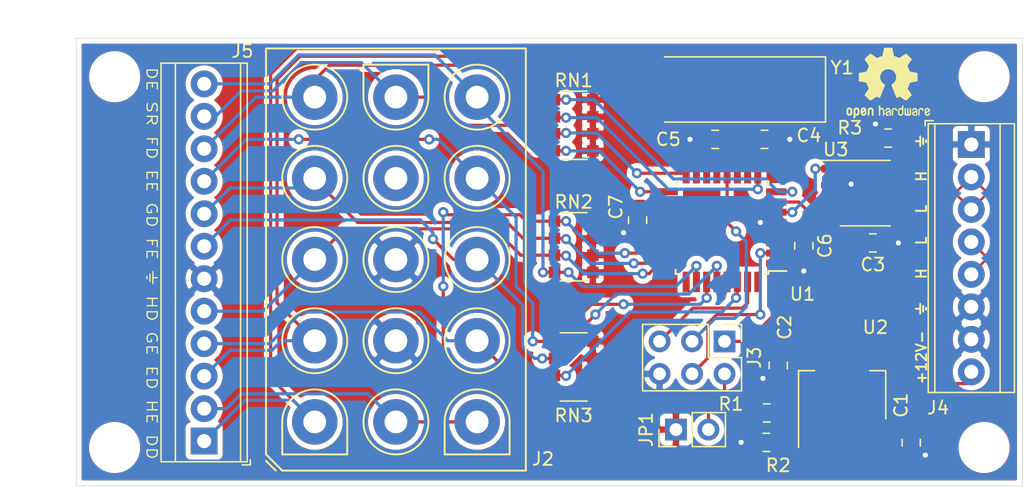
<source format=kicad_pcb>
(kicad_pcb (version 20171130) (host pcbnew 5.1.6+dfsg1-1)
  (title_block (title "Matemat Switch Feedback Interface") (date 2020-09-05) (rev 2) (company "CCC Basel"))
  (layers (0 F.Cu signal) (31 B.Cu signal) (34 B.Paste user) (35 F.Paste user) (36 B.SilkS user) (37 F.SilkS user) (38 B.Mask user) (39 F.Mask user) (44 Edge.Cuts user))
  (net 0 "")
  (net 1 GND)
  (net 2 +12V)
  (net 3 +5V)
  (net 4 "Net-(C4-Pad2)")
  (net 5 "Net-(C5-Pad2)")
  (net 6 /RESET)
  (net 7 "Net-(J3-Pad2)")
  (net 8 /CAN_P)
  (net 9 "Net-(R1-Pad2)")
  (net 10 "Net-(R3-Pad1)")
  (net 11 /D_EMPTY)
  (net 12 /SW_RESET)
  (net 13 /F_END)
  (net 14 /E_EMPTY)
  (net 15 /G_END)
  (net 16 /F_EMPTY)
  (net 17 /H_END)
  (net 18 /G_EMPTY)
  (net 19 /E_END)
  (net 20 /H_EMPTY)
  (net 21 /D_END)
  (net 22 /MOSI)
  (net 23 /SCK)
  (net 24 /MISO)
  (net 25 /RXCAN)
  (net 26 /TXCAN)
  (net 27 /CAN_N)
  (module TerminalBlock_TE-Connectivity:TerminalBlock_TE_282834-8_1x08_P2.54mm_Horizontal (layer F.Cu) (at 171 78.3 270)
    (fp_text reference J4 (at 20.6 2.6 180) (layer F.SilkS))
    (fp_text value Conn_01x08)
    (pad 1 thru_hole rect (at 0 0 270) (size 2.1 2.1) (drill 1.1) (layers *.Cu *.Mask) (net 1 GND))
    (pad 2 thru_hole circle (at 2.54 0 270) (size 2.1 2.1) (drill 1.1) (layers *.Cu *.Mask) (net 8 /CAN_P))
    (pad 3 thru_hole circle (at 5.08 0 270) (size 2.1 2.1) (drill 1.1) (layers *.Cu *.Mask) (net 27 /CAN_N))
    (pad 4 thru_hole circle (at 7.62 0 270) (size 2.1 2.1) (drill 1.1) (layers *.Cu *.Mask) (net 27 /CAN_N))
    (pad 5 thru_hole circle (at 10.16 0 270) (size 2.1 2.1) (drill 1.1) (layers *.Cu *.Mask) (net 8 /CAN_P))
    (pad 6 thru_hole circle (at 12.7 0 270) (size 2.1 2.1) (drill 1.1) (layers *.Cu *.Mask) (net 1 GND))
    (pad 7 thru_hole circle (at 15.24 0 270) (size 2.1 2.1) (drill 1.1) (layers *.Cu *.Mask) (net 1 GND))
    (pad 8 thru_hole circle (at 17.78 0 270) (size 2.1 2.1) (drill 1.1) (layers *.Cu *.Mask) (net 2 +12V))
  )
  (module onitake:Molex_MLX-42002_10-84-4150_3x5-Pin_P6.35mm_Vertical (layer F.Cu) (at 126 100)
    (fp_text reference J2 (at 11.5 2.9) (layer F.SilkS))
    (fp_text value C)
    (pad 15 thru_hole circle (at 6.35 -25.4) (size 3.56 3.56) (drill 1.78) (layers *.Cu *.Mask) (net 11 /D_EMPTY))
    (pad 14 thru_hole circle (at 0 -25.4) (size 3.56 3.56) (drill 1.78) (layers *.Cu *.Mask) (net 12 /SW_RESET))
    (pad 13 thru_hole circle (at -6.35 -25.4) (size 3.56 3.56) (drill 1.78) (layers *.Cu *.Mask) (net 13 /F_END))
    (pad 12 thru_hole circle (at 6.35 -19.05) (size 3.56 3.56) (drill 1.78) (layers *.Cu *.Mask) (net 14 /E_EMPTY))
    (pad 11 thru_hole circle (at 0 -19.05) (size 3.56 3.56) (drill 1.78) (layers *.Cu *.Mask))
    (pad 10 thru_hole circle (at -6.35 -19.05) (size 3.56 3.56) (drill 1.78) (layers *.Cu *.Mask) (net 15 /G_END))
    (pad 9 thru_hole circle (at 6.35 -12.7) (size 3.56 3.56) (drill 1.78) (layers *.Cu *.Mask) (net 16 /F_EMPTY))
    (pad 8 thru_hole circle (at 0 -12.7) (size 3.56 3.56) (drill 1.78) (layers *.Cu *.Mask) (net 1 GND))
    (pad 7 thru_hole circle (at -6.35 -12.7) (size 3.56 3.56) (drill 1.78) (layers *.Cu *.Mask) (net 17 /H_END))
    (pad 6 thru_hole circle (at 6.35 -6.35) (size 3.56 3.56) (drill 1.78) (layers *.Cu *.Mask) (net 18 /G_EMPTY))
    (pad 5 thru_hole circle (at 0 -6.35) (size 3.56 3.56) (drill 1.78) (layers *.Cu *.Mask) (net 1 GND))
    (pad 4 thru_hole circle (at -6.35 -6.35) (size 3.56 3.56) (drill 1.78) (layers *.Cu *.Mask) (net 19 /E_END))
    (pad 3 thru_hole circle (at 6.35 0) (size 3.56 3.56) (drill 1.78) (layers *.Cu *.Mask) (net 20 /H_EMPTY))
    (pad 2 thru_hole circle (at 0 0) (size 3.56 3.56) (drill 1.78) (layers *.Cu *.Mask) (net 20 /H_EMPTY))
    (pad 1 thru_hole circle (at -6.35 0) (size 3.56 3.56) (drill 1.78) (layers *.Cu *.Mask) (net 21 /D_END))
  )
  (module Symbol:OSHW-Logo2_7.3x6mm_SilkScreen (layer F.Cu) (at 164.5 73.5)
    (fp_text reference OHW1 hide)
    (fp_text value Logo_Open_Hardware_Small hide)
  )
  (module TerminalBlock_TE-Connectivity:TerminalBlock_TE_1-282834-2_1x12_P2.54mm_Horizontal (layer F.Cu) (at 111 101.5 90)
    (fp_text reference J5 (at 30.5 3 180) (layer F.SilkS))
    (fp_text value USW)
    (pad 12 thru_hole circle (at 27.94 0 90) (size 2.1 2.1) (drill 1.1) (layers *.Cu *.Mask) (net 11 /D_EMPTY))
    (pad 11 thru_hole circle (at 25.4 0 90) (size 2.1 2.1) (drill 1.1) (layers *.Cu *.Mask) (net 12 /SW_RESET))
    (pad 10 thru_hole circle (at 22.86 0 90) (size 2.1 2.1) (drill 1.1) (layers *.Cu *.Mask) (net 13 /F_END))
    (pad 9 thru_hole circle (at 20.32 0 90) (size 2.1 2.1) (drill 1.1) (layers *.Cu *.Mask) (net 14 /E_EMPTY))
    (pad 8 thru_hole circle (at 17.78 0 90) (size 2.1 2.1) (drill 1.1) (layers *.Cu *.Mask) (net 15 /G_END))
    (pad 7 thru_hole circle (at 15.24 0 90) (size 2.1 2.1) (drill 1.1) (layers *.Cu *.Mask) (net 16 /F_EMPTY))
    (pad 6 thru_hole circle (at 12.7 0 90) (size 2.1 2.1) (drill 1.1) (layers *.Cu *.Mask) (net 1 GND))
    (pad 5 thru_hole circle (at 10.16 0 90) (size 2.1 2.1) (drill 1.1) (layers *.Cu *.Mask) (net 17 /H_END))
    (pad 4 thru_hole circle (at 7.62 0 90) (size 2.1 2.1) (drill 1.1) (layers *.Cu *.Mask) (net 18 /G_EMPTY))
    (pad 3 thru_hole circle (at 5.08 0 90) (size 2.1 2.1) (drill 1.1) (layers *.Cu *.Mask) (net 19 /E_END))
    (pad 2 thru_hole circle (at 2.54 0 90) (size 2.1 2.1) (drill 1.1) (layers *.Cu *.Mask) (net 20 /H_EMPTY))
    (pad 1 thru_hole rect (at 0 0 90) (size 2.1 2.1) (drill 1.1) (layers *.Cu *.Mask) (net 21 /D_END))
  )
  (module Package_SO:SOIC-8_3.9x4.9mm_P1.27mm (layer F.Cu) (at 162.7 82.11)
    (fp_text reference U3 (at -2.3 -3.41) (layer F.SilkS))
    (fp_text value MCP2551-I-SN)
    (pad 8 smd roundrect (at 2.475 -1.905) (size 1.95 0.6) (layers F.Cu F.Paste F.Mask) (net 10 "Net-(R3-Pad1)"))
    (pad 7 smd roundrect (at 2.475 -0.635) (size 1.95 0.6) (layers F.Cu F.Paste F.Mask) (net 8 /CAN_P))
    (pad 6 smd roundrect (at 2.475 0.635) (size 1.95 0.6) (layers F.Cu F.Paste F.Mask) (net 27 /CAN_N))
    (pad 5 smd roundrect (at 2.475 1.905) (size 1.95 0.6) (layers F.Cu F.Paste F.Mask))
    (pad 4 smd roundrect (at -2.475 1.905) (size 1.95 0.6) (layers F.Cu F.Paste F.Mask) (net 25 /RXCAN))
    (pad 3 smd roundrect (at -2.475 0.635) (size 1.95 0.6) (layers F.Cu F.Paste F.Mask) (net 3 +5V))
    (pad 2 smd roundrect (at -2.475 -0.635) (size 1.95 0.6) (layers F.Cu F.Paste F.Mask) (net 1 GND))
    (pad 1 smd roundrect (at -2.475 -1.905) (size 1.95 0.6) (layers F.Cu F.Paste F.Mask) (net 26 /TXCAN))
  )
  (module MountingHole:MountingHole_3.2mm_M3_ISO7380 (layer F.Cu) (at 172 102)
    (fp_text reference H4 hide)
    (fp_text value SE)
    (pad 1 np_thru_hole circle (at 0 0) (size 3.2 3.2) (drill 3.2) (layers *.Cu *.Mask))
  )
  (module MountingHole:MountingHole_3.2mm_M3_ISO7380 (layer F.Cu) (at 172 73)
    (fp_text reference H3 hide)
    (fp_text value NE)
    (pad 1 np_thru_hole circle (at 0 0) (size 3.2 3.2) (drill 3.2) (layers *.Cu *.Mask))
  )
  (module MountingHole:MountingHole_3.2mm_M3_ISO7380 (layer F.Cu) (at 104 102)
    (fp_text reference H2 hide)
    (fp_text value SW)
    (pad 1 np_thru_hole circle (at 0 0) (size 3.2 3.2) (drill 3.2) (layers *.Cu *.Mask))
  )
  (module MountingHole:MountingHole_3.2mm_M3_ISO7380 (layer F.Cu) (at 104 73)
    (fp_text reference H1 hide)
    (fp_text value NW)
    (pad 1 np_thru_hole circle (at 0 0) (size 3.2 3.2) (drill 3.2) (layers *.Cu *.Mask))
  )
  (module Resistor_SMD:R_Array_Convex_4x1206 (layer F.Cu) (at 139.9 95.7)
    (fp_text reference RN3 (at 0 3.8) (layer F.SilkS))
    (fp_text value 1k)
    (pad 6 smd rect (at 1.5 0.66) (size 0.9 0.9) (layers F.Cu F.Paste F.Mask) (net 3 +5V))
    (pad 5 smd rect (at 1.5 2) (size 0.9 0.9) (layers F.Cu F.Paste F.Mask) (net 3 +5V))
    (pad 8 smd rect (at 1.5 -2) (size 0.9 0.9) (layers F.Cu F.Paste F.Mask) (net 3 +5V))
    (pad 7 smd rect (at 1.5 -0.66) (size 0.9 0.9) (layers F.Cu F.Paste F.Mask) (net 3 +5V))
    (pad 3 smd rect (at -1.5 0.66) (size 0.9 0.9) (layers F.Cu F.Paste F.Mask) (net 18 /G_EMPTY))
    (pad 2 smd rect (at -1.5 -0.66) (size 0.9 0.9) (layers F.Cu F.Paste F.Mask) (net 16 /F_EMPTY))
    (pad 4 smd rect (at -1.5 2) (size 0.9 0.9) (layers F.Cu F.Paste F.Mask))
    (pad 1 smd rect (at -1.5 -2) (size 0.9 0.9) (layers F.Cu F.Paste F.Mask) (net 14 /E_EMPTY))
  )
  (module Resistor_SMD:R_Array_Convex_4x1206 (layer F.Cu) (at 139.9 86.3)
    (fp_text reference RN2 (at 0 -3.5) (layer F.SilkS))
    (fp_text value 1k)
    (pad 6 smd rect (at 1.5 0.66) (size 0.9 0.9) (layers F.Cu F.Paste F.Mask) (net 3 +5V))
    (pad 5 smd rect (at 1.5 2) (size 0.9 0.9) (layers F.Cu F.Paste F.Mask) (net 3 +5V))
    (pad 8 smd rect (at 1.5 -2) (size 0.9 0.9) (layers F.Cu F.Paste F.Mask) (net 3 +5V))
    (pad 7 smd rect (at 1.5 -0.66) (size 0.9 0.9) (layers F.Cu F.Paste F.Mask) (net 3 +5V))
    (pad 3 smd rect (at -1.5 0.66) (size 0.9 0.9) (layers F.Cu F.Paste F.Mask) (net 17 /H_END))
    (pad 2 smd rect (at -1.5 -0.66) (size 0.9 0.9) (layers F.Cu F.Paste F.Mask) (net 15 /G_END))
    (pad 4 smd rect (at -1.5 2) (size 0.9 0.9) (layers F.Cu F.Paste F.Mask) (net 11 /D_EMPTY))
    (pad 1 smd rect (at -1.5 -2) (size 0.9 0.9) (layers F.Cu F.Paste F.Mask) (net 20 /H_EMPTY))
  )
  (module Resistor_SMD:R_Array_Convex_4x1206 (layer F.Cu) (at 139.9 76.8)
    (fp_text reference RN1 (at 0 -3.5) (layer F.SilkS))
    (fp_text value 1k)
    (pad 6 smd rect (at 1.5 0.66) (size 0.9 0.9) (layers F.Cu F.Paste F.Mask) (net 3 +5V))
    (pad 5 smd rect (at 1.5 2) (size 0.9 0.9) (layers F.Cu F.Paste F.Mask) (net 3 +5V))
    (pad 8 smd rect (at 1.5 -2) (size 0.9 0.9) (layers F.Cu F.Paste F.Mask) (net 3 +5V))
    (pad 7 smd rect (at 1.5 -0.66) (size 0.9 0.9) (layers F.Cu F.Paste F.Mask) (net 3 +5V))
    (pad 3 smd rect (at -1.5 0.66) (size 0.9 0.9) (layers F.Cu F.Paste F.Mask) (net 13 /F_END))
    (pad 2 smd rect (at -1.5 -0.66) (size 0.9 0.9) (layers F.Cu F.Paste F.Mask) (net 19 /E_END))
    (pad 4 smd rect (at -1.5 2) (size 0.9 0.9) (layers F.Cu F.Paste F.Mask) (net 12 /SW_RESET))
    (pad 1 smd rect (at -1.5 -2) (size 0.9 0.9) (layers F.Cu F.Paste F.Mask) (net 21 /D_END))
  )
  (module Crystal:Crystal_SMD_HC49-SD (layer F.Cu) (at 152.9 74 180)
    (fp_text reference Y1 (at -8 1.7) (layer F.SilkS))
    (fp_text value 16MHz)
    (pad 2 smd rect (at 4.25 0 180) (size 4.5 2) (layers F.Cu F.Paste F.Mask) (net 5 "Net-(C5-Pad2)"))
    (pad 1 smd rect (at -4.25 0 180) (size 4.5 2) (layers F.Cu F.Paste F.Mask) (net 4 "Net-(C4-Pad2)"))
  )
  (module Package_TO_SOT_SMD:SOT-223-3_TabPin2 (layer F.Cu) (at 160.9 97.9 90)
    (fp_text reference U2 (at 5.3 2.6 180) (layer F.SilkS))
    (fp_text value LM317_SOT-223)
    (pad 1 smd rect (at -3.15 -2.3 90) (size 2 1.5) (layers F.Cu F.Paste F.Mask) (net 9 "Net-(R1-Pad2)"))
    (pad 3 smd rect (at -3.15 2.3 90) (size 2 1.5) (layers F.Cu F.Paste F.Mask) (net 2 +12V))
    (pad 2 smd rect (at -3.15 0 90) (size 2 1.5) (layers F.Cu F.Paste F.Mask) (net 3 +5V))
    (pad 2 smd rect (at 3.15 0 90) (size 2 3.8) (layers F.Cu F.Paste F.Mask) (net 3 +5V))
  )
  (module Package_QFP:TQFP-32_7x7mm_P0.8mm (layer F.Cu) (at 151.5 84.8 180)
    (fp_text reference U1 (at -6.3 -5.2) (layer F.SilkS))
    (fp_text value ATmega32M1-AU)
    (pad 32 smd rect (at -2.8 -4.25 270) (size 1.6 0.55) (layers F.Cu F.Paste F.Mask))
    (pad 31 smd rect (at -2 -4.25 270) (size 1.6 0.55) (layers F.Cu F.Paste F.Mask) (net 6 /RESET))
    (pad 30 smd rect (at -1.2 -4.25 270) (size 1.6 0.55) (layers F.Cu F.Paste F.Mask) (net 18 /G_EMPTY))
    (pad 29 smd rect (at -0.4 -4.25 270) (size 1.6 0.55) (layers F.Cu F.Paste F.Mask))
    (pad 28 smd rect (at 0.4 -4.25 270) (size 1.6 0.55) (layers F.Cu F.Paste F.Mask) (net 16 /F_EMPTY))
    (pad 27 smd rect (at 1.2 -4.25 270) (size 1.6 0.55) (layers F.Cu F.Paste F.Mask) (net 14 /E_EMPTY))
    (pad 26 smd rect (at 2 -4.25 270) (size 1.6 0.55) (layers F.Cu F.Paste F.Mask) (net 11 /D_EMPTY))
    (pad 25 smd rect (at 2.8 -4.25 270) (size 1.6 0.55) (layers F.Cu F.Paste F.Mask))
    (pad 24 smd rect (at 4.25 -2.8 180) (size 1.6 0.55) (layers F.Cu F.Paste F.Mask) (net 17 /H_END))
    (pad 23 smd rect (at 4.25 -2 180) (size 1.6 0.55) (layers F.Cu F.Paste F.Mask) (net 15 /G_END))
    (pad 22 smd rect (at 4.25 -1.2 180) (size 1.6 0.55) (layers F.Cu F.Paste F.Mask) (net 20 /H_EMPTY))
    (pad 21 smd rect (at 4.25 -0.4 180) (size 1.6 0.55) (layers F.Cu F.Paste F.Mask))
    (pad 20 smd rect (at 4.25 0.4 180) (size 1.6 0.55) (layers F.Cu F.Paste F.Mask) (net 1 GND))
    (pad 19 smd rect (at 4.25 1.2 180) (size 1.6 0.55) (layers F.Cu F.Paste F.Mask) (net 3 +5V))
    (pad 18 smd rect (at 4.25 2 180) (size 1.6 0.55) (layers F.Cu F.Paste F.Mask))
    (pad 17 smd rect (at 4.25 2.8 180) (size 1.6 0.55) (layers F.Cu F.Paste F.Mask) (net 12 /SW_RESET))
    (pad 16 smd rect (at 2.8 4.25 270) (size 1.6 0.55) (layers F.Cu F.Paste F.Mask) (net 13 /F_END))
    (pad 15 smd rect (at 2 4.25 270) (size 1.6 0.55) (layers F.Cu F.Paste F.Mask))
    (pad 14 smd rect (at 1.2 4.25 270) (size 1.6 0.55) (layers F.Cu F.Paste F.Mask))
    (pad 13 smd rect (at 0.4 4.25 270) (size 1.6 0.55) (layers F.Cu F.Paste F.Mask))
    (pad 12 smd rect (at -0.4 4.25 270) (size 1.6 0.55) (layers F.Cu F.Paste F.Mask) (net 23 /SCK))
    (pad 11 smd rect (at -1.2 4.25 270) (size 1.6 0.55) (layers F.Cu F.Paste F.Mask) (net 5 "Net-(C5-Pad2)"))
    (pad 10 smd rect (at -2 4.25 270) (size 1.6 0.55) (layers F.Cu F.Paste F.Mask) (net 4 "Net-(C4-Pad2)"))
    (pad 9 smd rect (at -2.8 4.25 270) (size 1.6 0.55) (layers F.Cu F.Paste F.Mask) (net 19 /E_END))
    (pad 8 smd rect (at -4.25 2.8 180) (size 1.6 0.55) (layers F.Cu F.Paste F.Mask) (net 21 /D_END))
    (pad 7 smd rect (at -4.25 2 180) (size 1.6 0.55) (layers F.Cu F.Paste F.Mask) (net 25 /RXCAN))
    (pad 6 smd rect (at -4.25 1.2 180) (size 1.6 0.55) (layers F.Cu F.Paste F.Mask) (net 26 /TXCAN))
    (pad 5 smd rect (at -4.25 0.4 180) (size 1.6 0.55) (layers F.Cu F.Paste F.Mask) (net 1 GND))
    (pad 4 smd rect (at -4.25 -0.4 180) (size 1.6 0.55) (layers F.Cu F.Paste F.Mask) (net 3 +5V))
    (pad 3 smd rect (at -4.25 -1.2 180) (size 1.6 0.55) (layers F.Cu F.Paste F.Mask))
    (pad 2 smd rect (at -4.25 -2 180) (size 1.6 0.55) (layers F.Cu F.Paste F.Mask) (net 22 /MOSI))
    (pad 1 smd rect (at -4.25 -2.8 180) (size 1.6 0.55) (layers F.Cu F.Paste F.Mask) (net 24 /MISO))
  )
  (module Resistor_SMD:R_0805_2012Metric_Pad1.15x1.40mm_HandSolder (layer F.Cu) (at 164.5 77.8 180)
    (fp_text reference R3 (at 3 0.8) (layer F.SilkS))
    (fp_text value 0)
    (pad 2 smd roundrect (at 1.025 0 180) (size 1.15 1.4) (layers F.Cu F.Paste F.Mask) (roundrect_rratio 0.217391) (net 1 GND))
    (pad 1 smd roundrect (at -1.025 0 180) (size 1.15 1.4) (layers F.Cu F.Paste F.Mask) (roundrect_rratio 0.217391) (net 10 "Net-(R3-Pad1)"))
  )
  (module Resistor_SMD:R_0805_2012Metric_Pad1.15x1.40mm_HandSolder (layer F.Cu) (at 154.975 101.6 180)
    (fp_text reference R2 (at -0.925 -1.8) (layer F.SilkS))
    (fp_text value 3k3/1%)
    (pad 2 smd roundrect (at 1.025 0 180) (size 1.15 1.4) (layers F.Cu F.Paste F.Mask) (roundrect_rratio 0.217391) (net 1 GND))
    (pad 1 smd roundrect (at -1.025 0 180) (size 1.15 1.4) (layers F.Cu F.Paste F.Mask) (roundrect_rratio 0.217391) (net 9 "Net-(R1-Pad2)"))
  )
  (module Resistor_SMD:R_0805_2012Metric_Pad1.15x1.40mm_HandSolder (layer F.Cu) (at 155 99.3)
    (fp_text reference R1 (at -2.8 -0.7) (layer F.SilkS))
    (fp_text value 1k2/1%)
    (pad 2 smd roundrect (at 1.025 0) (size 1.15 1.4) (layers F.Cu F.Paste F.Mask) (roundrect_rratio 0.217391) (net 9 "Net-(R1-Pad2)"))
    (pad 1 smd roundrect (at -1.025 0) (size 1.15 1.4) (layers F.Cu F.Paste F.Mask) (roundrect_rratio 0.217391) (net 3 +5V))
  )
  (module Connector_PinHeader_2.54mm:PinHeader_1x02_P2.54mm_Vertical (layer F.Cu) (at 147.9 100.6 90)
    (fp_text reference JP1 (at 0 -2.33 90) (layer F.SilkS))
    (fp_text value Jumper)
    (pad 2 thru_hole oval (at 0 2.54 90) (size 1.7 1.7) (drill 1) (layers *.Cu *.Mask) (net 7 "Net-(J3-Pad2)"))
    (pad 1 thru_hole rect (at 0 0 90) (size 1.7 1.7) (drill 1) (layers *.Cu *.Mask) (net 3 +5V))
  )
  (module Connector_PinHeader_2.54mm:PinHeader_2x03_P2.54mm_Vertical (layer F.Cu) (at 151.7 93.7 270)
    (fp_text reference J3 (at 1.27 -2.33 90) (layer F.SilkS))
    (fp_text value AVR-ISP-6)
    (pad 6 thru_hole oval (at 2.54 5.08 270) (size 1.7 1.7) (drill 1) (layers *.Cu *.Mask) (net 1 GND))
    (pad 5 thru_hole oval (at 0 5.08 270) (size 1.7 1.7) (drill 1) (layers *.Cu *.Mask) (net 6 /RESET))
    (pad 4 thru_hole oval (at 2.54 2.54 270) (size 1.7 1.7) (drill 1) (layers *.Cu *.Mask) (net 22 /MOSI))
    (pad 3 thru_hole oval (at 0 2.54 270) (size 1.7 1.7) (drill 1) (layers *.Cu *.Mask) (net 23 /SCK))
    (pad 2 thru_hole oval (at 2.54 0 270) (size 1.7 1.7) (drill 1) (layers *.Cu *.Mask) (net 7 "Net-(J3-Pad2)"))
    (pad 1 thru_hole rect (at 0 0 270) (size 1.7 1.7) (drill 1) (layers *.Cu *.Mask) (net 24 /MISO))
  )
  (module Capacitor_SMD:C_0805_2012Metric_Pad1.15x1.40mm_HandSolder (layer F.Cu) (at 144.9 84.225 270)
    (fp_text reference C7 (at -1.025 1.7 90) (layer F.SilkS))
    (fp_text value 100n)
    (pad 2 smd roundrect (at 1.025 0 270) (size 1.15 1.4) (layers F.Cu F.Paste F.Mask) (roundrect_rratio 0.217391) (net 1 GND))
    (pad 1 smd roundrect (at -1.025 0 270) (size 1.15 1.4) (layers F.Cu F.Paste F.Mask) (roundrect_rratio 0.217391) (net 3 +5V))
  )
  (module Capacitor_SMD:C_0805_2012Metric_Pad1.15x1.40mm_HandSolder (layer F.Cu) (at 157.9 86.225 270)
    (fp_text reference C6 (at 0 -1.65 90) (layer F.SilkS))
    (fp_text value 100n)
    (pad 2 smd roundrect (at 1.025 0 270) (size 1.15 1.4) (layers F.Cu F.Paste F.Mask) (roundrect_rratio 0.217391) (net 1 GND))
    (pad 1 smd roundrect (at -1.025 0 270) (size 1.15 1.4) (layers F.Cu F.Paste F.Mask) (roundrect_rratio 0.217391) (net 3 +5V))
  )
  (module Capacitor_SMD:C_0805_2012Metric_Pad1.15x1.40mm_HandSolder (layer F.Cu) (at 150.975 77.9)
    (fp_text reference C5 (at -3.675 0) (layer F.SilkS))
    (fp_text value 22p)
    (pad 2 smd roundrect (at 1.025 0) (size 1.15 1.4) (layers F.Cu F.Paste F.Mask) (roundrect_rratio 0.217391) (net 5 "Net-(C5-Pad2)"))
    (pad 1 smd roundrect (at -1.025 0) (size 1.15 1.4) (layers F.Cu F.Paste F.Mask) (roundrect_rratio 0.217391) (net 1 GND))
  )
  (module Capacitor_SMD:C_0805_2012Metric_Pad1.15x1.40mm_HandSolder (layer F.Cu) (at 154.825 77.9 180)
    (fp_text reference C4 (at -3.475 0.3) (layer F.SilkS))
    (fp_text value 22p)
    (pad 2 smd roundrect (at 1.025 0 180) (size 1.15 1.4) (layers F.Cu F.Paste F.Mask) (roundrect_rratio 0.217391) (net 4 "Net-(C4-Pad2)"))
    (pad 1 smd roundrect (at -1.025 0 180) (size 1.15 1.4) (layers F.Cu F.Paste F.Mask) (roundrect_rratio 0.217391) (net 1 GND))
  )
  (module Capacitor_SMD:C_0805_2012Metric_Pad1.15x1.40mm_HandSolder (layer F.Cu) (at 163.3 86)
    (fp_text reference C3 (at 0 1.7) (layer F.SilkS))
    (fp_text value 100n)
    (pad 2 smd roundrect (at 1.025 0) (size 1.15 1.4) (layers F.Cu F.Paste F.Mask) (roundrect_rratio 0.217391) (net 1 GND))
    (pad 1 smd roundrect (at -1.025 0) (size 1.15 1.4) (layers F.Cu F.Paste F.Mask) (roundrect_rratio 0.217391) (net 3 +5V))
  )
  (module Capacitor_SMD:C_0805_2012Metric_Pad1.15x1.40mm_HandSolder (layer F.Cu) (at 155.9 95.575 270)
    (fp_text reference C2 (at -2.975 -0.5 90) (layer F.SilkS))
    (fp_text value 1u)
    (pad 2 smd roundrect (at 1.025 0 270) (size 1.15 1.4) (layers F.Cu F.Paste F.Mask) (roundrect_rratio 0.217391) (net 1 GND))
    (pad 1 smd roundrect (at -1.025 0 270) (size 1.15 1.4) (layers F.Cu F.Paste F.Mask) (roundrect_rratio 0.217391) (net 3 +5V))
  )
  (module Capacitor_SMD:C_0805_2012Metric_Pad1.15x1.40mm_HandSolder (layer F.Cu) (at 166.3 101.625 270)
    (fp_text reference C1 (at -2.925 0.8 90) (layer F.SilkS))
    (fp_text value 100n)
    (pad 2 smd roundrect (at 1.025 0 270) (size 1.15 1.4) (layers F.Cu F.Paste F.Mask) (roundrect_rratio 0.217391) (net 1 GND))
    (pad 1 smd roundrect (at -1.025 0 270) (size 1.15 1.4) (layers F.Cu F.Paste F.Mask) (roundrect_rratio 0.217391) (net 2 +12V))
  )
  (gr_text "DE SR FD EE GD FE ⏚ HD GE ED HE DD" (at 106.9 87.6 270) (layer F.SilkS) (effects (font (size 0.8 1) (thickness 0.1))))
  (gr_text "+12V-  ⏚   H   L   L   H   ⏚" (at 167.1 87.3 90) (layer F.SilkS) (effects (font (size 0.8 0.8))))
  (gr_line (start 175 70) (end 101 70) (layer Edge.Cuts) (width 0.05))
  (gr_line (start 175 105) (end 175 70) (layer Edge.Cuts) (width 0.05))
  (gr_line (start 101 105) (end 175 105) (layer Edge.Cuts) (width 0.05))
  (gr_line (start 101 70) (end 101 105) (layer Edge.Cuts) (width 0.05))
  (via (at 161.6 81.4) (size 0.8) (drill 0.4) (layers F.Cu B.Cu) (net 1))
  (segment (start 161.535 81.465) (end 161.6 81.4) (width 0.25) (layer F.Cu) (net 1))
  (segment (start 160.225 81.465) (end 161.535 81.465) (width 0.25) (layer F.Cu) (net 1))
  (via (at 165.3 86) (size 0.8) (drill 0.4) (layers F.Cu B.Cu) (net 1))
  (segment (start 164.325 86) (end 165.3 86) (width 0.25) (layer F.Cu) (net 1))
  (via (at 157.9 88.2) (size 0.8) (drill 0.4) (layers F.Cu B.Cu) (net 1))
  (segment (start 157.9 87.25) (end 157.9 88.2) (width 0.25) (layer F.Cu) (net 1))
  (via (at 154.5 84.4) (size 0.8) (drill 0.4) (layers F.Cu B.Cu) (net 1))
  (segment (start 155.75 84.4) (end 154.5 84.4) (width 0.25) (layer F.Cu) (net 1))
  (via (at 163.5 76.7) (size 0.8) (drill 0.4) (layers F.Cu B.Cu) (net 1))
  (segment (start 163.475 76.725) (end 163.5 76.7) (width 0.25) (layer F.Cu) (net 1))
  (segment (start 163.475 77.8) (end 163.475 76.725) (width 0.25) (layer F.Cu) (net 1))
  (via (at 156.8 77.9) (size 0.8) (drill 0.4) (layers F.Cu B.Cu) (net 1))
  (segment (start 155.85 77.9) (end 156.8 77.9) (width 0.25) (layer F.Cu) (net 1))
  (via (at 149 77.9) (size 0.8) (drill 0.4) (layers F.Cu B.Cu) (net 1))
  (segment (start 149.95 77.9) (end 149 77.9) (width 0.25) (layer F.Cu) (net 1))
  (via (at 153 101.6) (size 0.8) (drill 0.4) (layers F.Cu B.Cu) (net 1))
  (segment (start 153.95 101.6) (end 153 101.6) (width 0.25) (layer F.Cu) (net 1))
  (via (at 154.7 96.6) (size 0.8) (drill 0.4) (layers F.Cu B.Cu) (net 1))
  (segment (start 155.9 96.6) (end 154.7 96.6) (width 0.25) (layer F.Cu) (net 1))
  (via (at 143.8 85.2) (size 0.8) (drill 0.4) (layers F.Cu B.Cu) (net 1))
  (segment (start 143.85 85.25) (end 143.8 85.2) (width 0.25) (layer F.Cu) (net 1))
  (segment (start 144.9 85.25) (end 143.85 85.25) (width 0.25) (layer F.Cu) (net 1))
  (segment (start 145.75 84.4) (end 144.9 85.25) (width 0.25) (layer F.Cu) (net 1))
  (segment (start 147.25 84.4) (end 145.75 84.4) (width 0.25) (layer F.Cu) (net 1))
  (via (at 167.4 102.6) (size 0.8) (drill 0.4) (layers F.Cu B.Cu) (net 1))
  (segment (start 167.35 102.65) (end 167.4 102.6) (width 0.25) (layer F.Cu) (net 1))
  (segment (start 166.3 102.65) (end 167.35 102.65) (width 0.25) (layer F.Cu) (net 1))
  (segment (start 169.9 97) (end 166.3 100.6) (width 0.25) (layer F.Cu) (net 2))
  (segment (start 171 97) (end 169.9 97) (width 0.25) (layer F.Cu) (net 2))
  (segment (start 163.65 100.6) (end 163.2 101.05) (width 0.25) (layer F.Cu) (net 2))
  (segment (start 166.3 100.6) (end 163.65 100.6) (width 0.25) (layer F.Cu) (net 2))
  (segment (start 155.75 85.2) (end 157.9 85.2) (width 0.25) (layer F.Cu) (net 3))
  (segment (start 145.3 83.6) (end 144.9 83.2) (width 0.25) (layer F.Cu) (net 3))
  (segment (start 147.25 83.6) (end 145.3 83.6) (width 0.25) (layer F.Cu) (net 3))
  (segment (start 155.75 85.2) (end 154.3 85.2) (width 0.25) (layer F.Cu) (net 3))
  (segment (start 154.3 85.2) (end 153.1 86.4) (width 0.25) (layer F.Cu) (net 3))
  (segment (start 153.1 86.4) (end 151.5 86.4) (width 0.25) (layer F.Cu) (net 3))
  (segment (start 148.7 83.6) (end 147.25 83.6) (width 0.25) (layer F.Cu) (net 3))
  (segment (start 151.5 86.4) (end 148.7 83.6) (width 0.25) (layer F.Cu) (net 3))
  (segment (start 153.5 78.2) (end 153.8 77.9) (width 0.25) (layer F.Cu) (net 4))
  (segment (start 153.5 80.55) (end 153.5 78.2) (width 0.25) (layer F.Cu) (net 4))
  (segment (start 153.8 77.35) (end 157.15 74) (width 0.25) (layer F.Cu) (net 4))
  (segment (start 153.8 77.9) (end 153.8 77.35) (width 0.25) (layer F.Cu) (net 4))
  (segment (start 152.7 78.6) (end 152 77.9) (width 0.25) (layer F.Cu) (net 5))
  (segment (start 152.7 80.55) (end 152.7 78.6) (width 0.25) (layer F.Cu) (net 5))
  (segment (start 152 77.35) (end 148.65 74) (width 0.25) (layer F.Cu) (net 5))
  (segment (start 152 77.9) (end 152 77.35) (width 0.25) (layer F.Cu) (net 5))
  (segment (start 153.5 89.05) (end 153.5 90.7) (width 0.25) (layer F.Cu) (net 6))
  (segment (start 153.5 90.7) (end 153.1 91.1) (width 0.25) (layer F.Cu) (net 6))
  (segment (start 149.22 91.1) (end 146.62 93.7) (width 0.25) (layer F.Cu) (net 6))
  (segment (start 153.1 91.1) (end 149.22 91.1) (width 0.25) (layer F.Cu) (net 6))
  (segment (start 150.44 100.6) (end 150.44 99.06) (width 0.25) (layer F.Cu) (net 7))
  (segment (start 151.7 97.8) (end 151.7 96.24) (width 0.25) (layer F.Cu) (net 7))
  (segment (start 150.44 99.06) (end 151.7 97.8) (width 0.25) (layer F.Cu) (net 7))
  (segment (start 169.905 81.935) (end 171 80.84) (width 0.2) (layer F.Cu) (net 8))
  (segment (start 165.805 81.475) (end 166.265 81.935) (width 0.2) (layer F.Cu) (net 8))
  (segment (start 165.175 81.475) (end 165.805 81.475) (width 0.2) (layer F.Cu) (net 8))
  (segment (start 166.265 81.935) (end 169.905 81.935) (width 0.2) (layer F.Cu) (net 8))
  (segment (start 172.095 81.935) (end 172.882488 81.935) (width 0.2) (layer F.Cu) (net 8))
  (segment (start 171 80.84) (end 172.095 81.935) (width 0.2) (layer F.Cu) (net 8))
  (segment (start 172.882488 81.935) (end 173.475 82.527512) (width 0.2) (layer F.Cu) (net 8))
  (segment (start 173.475 82.527512) (end 173.475 86.772488) (width 0.2) (layer F.Cu) (net 8))
  (segment (start 172.095 87.365) (end 171 88.46) (width 0.2) (layer F.Cu) (net 8))
  (segment (start 172.882488 87.365) (end 172.095 87.365) (width 0.2) (layer F.Cu) (net 8))
  (segment (start 173.475 86.772488) (end 172.882488 87.365) (width 0.2) (layer F.Cu) (net 8))
  (segment (start 156.025 101.575) (end 156 101.6) (width 0.25) (layer F.Cu) (net 9))
  (segment (start 156.025 99.3) (end 156.025 101.575) (width 0.25) (layer F.Cu) (net 9))
  (segment (start 156.55 101.05) (end 156 101.6) (width 0.25) (layer F.Cu) (net 9))
  (segment (start 158.6 101.05) (end 156.55 101.05) (width 0.25) (layer F.Cu) (net 9))
  (segment (start 165.175 80.195) (end 165.405 80.195) (width 0.25) (layer F.Cu) (net 10))
  (segment (start 165.525 80.075) (end 165.525 77.8) (width 0.25) (layer F.Cu) (net 10))
  (segment (start 165.405 80.195) (end 165.525 80.075) (width 0.25) (layer F.Cu) (net 10))
  (via (at 149.5 87.8) (size 0.8) (drill 0.4) (layers F.Cu B.Cu) (net 11))
  (segment (start 149.5 89.05) (end 149.5 87.8) (width 0.25) (layer F.Cu) (net 11))
  (segment (start 147.9 89.4) (end 142.7 89.4) (width 0.25) (layer B.Cu) (net 11))
  (segment (start 149.5 87.8) (end 147.9 89.4) (width 0.25) (layer B.Cu) (net 11))
  (via (at 139.5 88.3) (size 0.8) (drill 0.4) (layers F.Cu B.Cu) (net 11))
  (segment (start 138.4 88.3) (end 139.5 88.3) (width 0.25) (layer F.Cu) (net 11))
  (segment (start 140.6 89.4) (end 140.8 89.4) (width 0.25) (layer B.Cu) (net 11))
  (segment (start 139.5 88.3) (end 140.6 89.4) (width 0.25) (layer B.Cu) (net 11))
  (segment (start 142.7 89.4) (end 140.8 89.4) (width 0.25) (layer B.Cu) (net 11))
  (segment (start 132.35 75.25) (end 137.5 80.4) (width 0.25) (layer B.Cu) (net 11))
  (segment (start 132.35 74.6) (end 132.35 75.25) (width 0.25) (layer B.Cu) (net 11))
  (via (at 137.5 88.3) (size 0.8) (drill 0.4) (layers F.Cu B.Cu) (net 11))
  (segment (start 138.4 88.3) (end 137.5 88.3) (width 0.25) (layer F.Cu) (net 11))
  (segment (start 137.5 88.3) (end 137.5 80.4) (width 0.25) (layer B.Cu) (net 11))
  (segment (start 129.05 71.3) (end 129.825 72.075) (width 0.25) (layer B.Cu) (net 11))
  (segment (start 129.825 72.075) (end 132.35 74.6) (width 0.25) (layer B.Cu) (net 11))
  (segment (start 116.14 73.56) (end 118.4 71.3) (width 0.25) (layer B.Cu) (net 11))
  (segment (start 111 73.56) (end 116.14 73.56) (width 0.25) (layer B.Cu) (net 11))
  (segment (start 118.4 71.3) (end 129.05 71.3) (width 0.25) (layer B.Cu) (net 11))
  (segment (start 137 78.8) (end 138.4 78.8) (width 0.25) (layer F.Cu) (net 12))
  (segment (start 135 76.8) (end 137 78.8) (width 0.25) (layer F.Cu) (net 12))
  (segment (start 131.1 76.8) (end 135 76.8) (width 0.25) (layer F.Cu) (net 12))
  (segment (start 128.9 74.6) (end 131.1 76.8) (width 0.25) (layer F.Cu) (net 12))
  (segment (start 126 74.6) (end 128.9 74.6) (width 0.25) (layer F.Cu) (net 12))
  (via (at 139.3 78.8) (size 0.8) (drill 0.4) (layers F.Cu B.Cu) (net 12))
  (segment (start 138.4 78.8) (end 139.3 78.8) (width 0.25) (layer F.Cu) (net 12))
  (via (at 145.1 82) (size 0.8) (drill 0.4) (layers F.Cu B.Cu) (net 12))
  (segment (start 141.9 78.8) (end 145.1 82) (width 0.25) (layer B.Cu) (net 12))
  (segment (start 139.3 78.8) (end 141.9 78.8) (width 0.25) (layer B.Cu) (net 12))
  (segment (start 147.25 82) (end 145.1 82) (width 0.25) (layer F.Cu) (net 12))
  (segment (start 123.3 71.9) (end 126 74.6) (width 0.25) (layer B.Cu) (net 12))
  (segment (start 118.6 71.9) (end 123.3 71.9) (width 0.25) (layer B.Cu) (net 12))
  (segment (start 116.4 74.1) (end 118.6 71.9) (width 0.25) (layer B.Cu) (net 12))
  (segment (start 111.9 76.1) (end 113.9 74.1) (width 0.25) (layer B.Cu) (net 12))
  (segment (start 111 76.1) (end 111.9 76.1) (width 0.25) (layer B.Cu) (net 12))
  (segment (start 113.9 74.1) (end 116.4 74.1) (width 0.25) (layer B.Cu) (net 12))
  (segment (start 136.76 77.46) (end 138.4 77.46) (width 0.25) (layer F.Cu) (net 13))
  (segment (start 135.3 76) (end 136.76 77.46) (width 0.25) (layer F.Cu) (net 13))
  (segment (start 135.3 73.9) (end 135.3 76) (width 0.25) (layer F.Cu) (net 13))
  (segment (start 133.5 72.1) (end 135.3 73.9) (width 0.25) (layer F.Cu) (net 13))
  (segment (start 120.8 72.1) (end 133.5 72.1) (width 0.25) (layer F.Cu) (net 13))
  (segment (start 119.65 73.25) (end 120.8 72.1) (width 0.25) (layer F.Cu) (net 13))
  (segment (start 119.65 74.6) (end 119.65 73.25) (width 0.25) (layer F.Cu) (net 13))
  (via (at 139.3 77.4) (size 0.8) (drill 0.4) (layers F.Cu B.Cu) (net 13))
  (segment (start 139.24 77.46) (end 139.3 77.4) (width 0.25) (layer F.Cu) (net 13))
  (segment (start 138.4 77.46) (end 139.24 77.46) (width 0.25) (layer F.Cu) (net 13))
  (via (at 144.85 80.55) (size 0.8) (drill 0.4) (layers F.Cu B.Cu) (net 13))
  (segment (start 141.7 77.4) (end 144.85 80.55) (width 0.25) (layer B.Cu) (net 13))
  (segment (start 139.3 77.4) (end 141.7 77.4) (width 0.25) (layer B.Cu) (net 13))
  (segment (start 144.85 80.55) (end 148.7 80.55) (width 0.25) (layer F.Cu) (net 13))
  (segment (start 115.04 74.6) (end 119.65 74.6) (width 0.25) (layer B.Cu) (net 13))
  (segment (start 111 78.64) (end 115.04 74.6) (width 0.25) (layer B.Cu) (net 13))
  (via (at 136.7 93.7) (size 0.8) (drill 0.4) (layers F.Cu B.Cu) (net 14))
  (segment (start 136.7 93.7) (end 138.4 93.7) (width 0.25) (layer F.Cu) (net 14))
  (via (at 150.3 90.3) (size 0.8) (drill 0.4) (layers F.Cu B.Cu) (net 14))
  (segment (start 150.3 89.05) (end 150.3 90.3) (width 0.25) (layer F.Cu) (net 14))
  (segment (start 150.3 90.3) (end 149.8 90.8) (width 0.25) (layer B.Cu) (net 14))
  (segment (start 141.3 90.8) (end 138.4 93.7) (width 0.25) (layer F.Cu) (net 14))
  (via (at 143.8 90.8) (size 0.8) (drill 0.4) (layers F.Cu B.Cu) (net 14))
  (segment (start 141.3 90.8) (end 143.8 90.8) (width 0.25) (layer F.Cu) (net 14))
  (segment (start 143.8 90.8) (end 149.8 90.8) (width 0.25) (layer B.Cu) (net 14))
  (segment (start 136.7 90.7) (end 136.7 93.7) (width 0.25) (layer B.Cu) (net 14))
  (segment (start 135.4 89.4) (end 136.7 90.7) (width 0.25) (layer B.Cu) (net 14))
  (segment (start 135.4 84) (end 135.4 89.4) (width 0.25) (layer B.Cu) (net 14))
  (segment (start 132.35 80.95) (end 135.4 84) (width 0.25) (layer B.Cu) (net 14))
  (via (at 118.4 77.9) (size 0.8) (drill 0.4) (layers F.Cu B.Cu) (net 14))
  (segment (start 114.28 77.9) (end 118.4 77.9) (width 0.25) (layer B.Cu) (net 14))
  (segment (start 111 81.18) (end 114.28 77.9) (width 0.25) (layer B.Cu) (net 14))
  (via (at 128.6 77.9) (size 0.8) (drill 0.4) (layers F.Cu B.Cu) (net 14))
  (segment (start 118.4 77.9) (end 128.6 77.9) (width 0.25) (layer F.Cu) (net 14))
  (segment (start 129.3 77.9) (end 132.35 80.95) (width 0.25) (layer B.Cu) (net 14))
  (segment (start 128.6 77.9) (end 129.3 77.9) (width 0.25) (layer B.Cu) (net 14))
  (via (at 144.6 87.6) (size 0.8) (drill 0.4) (layers F.Cu B.Cu) (net 15))
  (via (at 139.3 85.7) (size 0.8) (drill 0.4) (layers F.Cu B.Cu) (net 15))
  (segment (start 141.2 87.6) (end 139.3 85.7) (width 0.25) (layer B.Cu) (net 15))
  (segment (start 144.6 87.6) (end 141.2 87.6) (width 0.25) (layer B.Cu) (net 15))
  (segment (start 139.24 85.64) (end 138.4 85.64) (width 0.25) (layer F.Cu) (net 15))
  (segment (start 139.3 85.7) (end 139.24 85.64) (width 0.25) (layer F.Cu) (net 15))
  (segment (start 147.25 86.8) (end 146.4 86.8) (width 0.25) (layer F.Cu) (net 15))
  (segment (start 145.6 87.6) (end 144.6 87.6) (width 0.25) (layer F.Cu) (net 15))
  (segment (start 146.4 86.8) (end 145.6 87.6) (width 0.25) (layer F.Cu) (net 15))
  (segment (start 135.94 85.64) (end 138.4 85.64) (width 0.25) (layer F.Cu) (net 15))
  (segment (start 134.7 84.4) (end 135.94 85.64) (width 0.25) (layer F.Cu) (net 15))
  (segment (start 119.65 81.05) (end 123 84.4) (width 0.25) (layer F.Cu) (net 15))
  (segment (start 119.65 80.95) (end 119.65 81.05) (width 0.25) (layer F.Cu) (net 15))
  (segment (start 123 84.4) (end 134.7 84.4) (width 0.25) (layer F.Cu) (net 15))
  (segment (start 111 83.72) (end 113.02 81.7) (width 0.25) (layer B.Cu) (net 15))
  (segment (start 118.9 81.7) (end 119.65 80.95) (width 0.25) (layer B.Cu) (net 15))
  (segment (start 113.02 81.7) (end 118.9 81.7) (width 0.25) (layer B.Cu) (net 15))
  (via (at 151.1 87.8) (size 0.8) (drill 0.4) (layers F.Cu B.Cu) (net 16))
  (segment (start 151.1 89.05) (end 151.1 87.8) (width 0.25) (layer F.Cu) (net 16))
  (segment (start 151.1 87.8) (end 148.9 90) (width 0.25) (layer B.Cu) (net 16))
  (segment (start 148.9 90) (end 143.2 90) (width 0.25) (layer B.Cu) (net 16))
  (via (at 137.44 95.04) (size 0.8) (drill 0.4) (layers F.Cu B.Cu) (net 16))
  (segment (start 138.4 95.04) (end 137.44 95.04) (width 0.25) (layer F.Cu) (net 16))
  (segment (start 137.44 95.04) (end 136.84 95.04) (width 0.25) (layer B.Cu) (net 16))
  (segment (start 136.84 95.04) (end 135.9 94.1) (width 0.25) (layer B.Cu) (net 16))
  (segment (start 135.9 90.85) (end 132.35 87.3) (width 0.25) (layer B.Cu) (net 16))
  (segment (start 135.9 94.1) (end 135.9 90.85) (width 0.25) (layer B.Cu) (net 16))
  (via (at 141.6 91.6) (size 0.8) (drill 0.4) (layers F.Cu B.Cu) (net 16))
  (segment (start 143.2 90) (end 141.6 91.6) (width 0.25) (layer B.Cu) (net 16))
  (segment (start 141.6 91.6) (end 140 93.2) (width 0.25) (layer F.Cu) (net 16))
  (segment (start 140 93.2) (end 140 94.4) (width 0.25) (layer F.Cu) (net 16))
  (segment (start 139.36 95.04) (end 138.4 95.04) (width 0.25) (layer F.Cu) (net 16))
  (segment (start 140 94.4) (end 139.36 95.04) (width 0.25) (layer F.Cu) (net 16))
  (via (at 128.9 85.7) (size 0.8) (drill 0.4) (layers F.Cu B.Cu) (net 16))
  (segment (start 130.5 87.3) (end 128.9 85.7) (width 0.25) (layer F.Cu) (net 16))
  (segment (start 132.35 87.3) (end 130.5 87.3) (width 0.25) (layer F.Cu) (net 16))
  (segment (start 113.06 84.2) (end 111 86.26) (width 0.25) (layer B.Cu) (net 16))
  (segment (start 127.9 84.2) (end 113.06 84.2) (width 0.25) (layer B.Cu) (net 16))
  (segment (start 128.9 85.2) (end 127.9 84.2) (width 0.25) (layer B.Cu) (net 16))
  (segment (start 128.9 85.7) (end 128.9 85.2) (width 0.25) (layer B.Cu) (net 16))
  (via (at 139.3 87) (size 0.8) (drill 0.4) (layers F.Cu B.Cu) (net 17))
  (segment (start 139.26 86.96) (end 139.3 87) (width 0.25) (layer F.Cu) (net 17))
  (segment (start 138.4 86.96) (end 139.26 86.96) (width 0.25) (layer F.Cu) (net 17))
  (via (at 145.3 88.4) (size 0.8) (drill 0.4) (layers F.Cu B.Cu) (net 17))
  (segment (start 140.7 88.4) (end 145.3 88.4) (width 0.25) (layer B.Cu) (net 17))
  (segment (start 139.3 87) (end 140.7 88.4) (width 0.25) (layer B.Cu) (net 17))
  (segment (start 145.3 88.4) (end 145.8 88.4) (width 0.25) (layer F.Cu) (net 17))
  (segment (start 146.6 87.6) (end 147.25 87.6) (width 0.25) (layer F.Cu) (net 17))
  (segment (start 145.8 88.4) (end 146.6 87.6) (width 0.25) (layer F.Cu) (net 17))
  (segment (start 115.61 91.34) (end 119.65 87.3) (width 0.25) (layer B.Cu) (net 17))
  (segment (start 111 91.34) (end 115.61 91.34) (width 0.25) (layer B.Cu) (net 17))
  (segment (start 135.76 86.96) (end 138.4 86.96) (width 0.25) (layer F.Cu) (net 17))
  (segment (start 133.7 84.9) (end 135.76 86.96) (width 0.25) (layer F.Cu) (net 17))
  (segment (start 119.65 87.3) (end 119.65 87.25) (width 0.25) (layer F.Cu) (net 17))
  (segment (start 119.65 87.25) (end 122 84.9) (width 0.25) (layer F.Cu) (net 17))
  (segment (start 122 84.9) (end 133.7 84.9) (width 0.25) (layer F.Cu) (net 17))
  (via (at 152.6 90.3) (size 0.8) (drill 0.4) (layers F.Cu B.Cu) (net 18))
  (segment (start 152.7 90.2) (end 152.6 90.3) (width 0.25) (layer F.Cu) (net 18))
  (segment (start 152.7 89.05) (end 152.7 90.2) (width 0.25) (layer F.Cu) (net 18))
  (via (at 139.3 96.4) (size 0.8) (drill 0.4) (layers F.Cu B.Cu) (net 18))
  (segment (start 139.26 96.36) (end 139.3 96.4) (width 0.25) (layer F.Cu) (net 18))
  (segment (start 138.4 96.36) (end 139.26 96.36) (width 0.25) (layer F.Cu) (net 18))
  (segment (start 135.06 96.36) (end 138.4 96.36) (width 0.25) (layer F.Cu) (net 18))
  (segment (start 132.35 93.65) (end 135.06 96.36) (width 0.25) (layer F.Cu) (net 18))
  (segment (start 151.5 91.4) (end 144.3 91.4) (width 0.25) (layer B.Cu) (net 18))
  (segment (start 152.6 90.3) (end 151.5 91.4) (width 0.25) (layer B.Cu) (net 18))
  (segment (start 139.3 96.4) (end 144.3 91.4) (width 0.25) (layer B.Cu) (net 18))
  (segment (start 130.05 93.65) (end 132.35 93.65) (width 0.25) (layer B.Cu) (net 18))
  (segment (start 127.8 91.4) (end 118.6 91.4) (width 0.25) (layer B.Cu) (net 18))
  (segment (start 127.8 91.4) (end 130.05 93.65) (width 0.25) (layer B.Cu) (net 18))
  (segment (start 116.12 93.88) (end 111 93.88) (width 0.25) (layer B.Cu) (net 18))
  (segment (start 118.6 91.4) (end 116.12 93.88) (width 0.25) (layer B.Cu) (net 18))
  (via (at 154.3 81.8) (size 0.8) (drill 0.4) (layers F.Cu B.Cu) (net 19))
  (segment (start 154.3 80.55) (end 154.3 81.8) (width 0.25) (layer F.Cu) (net 19))
  (via (at 139.3 76.2) (size 0.8) (drill 0.4) (layers F.Cu B.Cu) (net 19))
  (segment (start 138.46 76.2) (end 138.4 76.14) (width 0.25) (layer F.Cu) (net 19))
  (segment (start 139.3 76.2) (end 138.46 76.2) (width 0.25) (layer F.Cu) (net 19))
  (segment (start 141.7 76.2) (end 147.3 81.8) (width 0.25) (layer B.Cu) (net 19))
  (segment (start 139.3 76.2) (end 141.7 76.2) (width 0.25) (layer B.Cu) (net 19))
  (segment (start 154.3 81.8) (end 147.3 81.8) (width 0.25) (layer B.Cu) (net 19))
  (segment (start 111 96.42) (end 113.02 94.4) (width 0.25) (layer B.Cu) (net 19))
  (segment (start 113.02 94.4) (end 116.3 94.4) (width 0.25) (layer B.Cu) (net 19))
  (segment (start 117.05 93.65) (end 119.65 93.65) (width 0.25) (layer B.Cu) (net 19))
  (segment (start 116.3 94.4) (end 117.05 93.65) (width 0.25) (layer B.Cu) (net 19))
  (segment (start 136.55 75.55) (end 137.14 76.14) (width 0.25) (layer F.Cu) (net 19))
  (segment (start 136.55 73.95) (end 136.55 75.55) (width 0.25) (layer F.Cu) (net 19))
  (segment (start 134 71.4) (end 136.55 73.95) (width 0.25) (layer F.Cu) (net 19))
  (segment (start 118.5 71.4) (end 134 71.4) (width 0.25) (layer F.Cu) (net 19))
  (segment (start 116.7 73.2) (end 118.5 71.4) (width 0.25) (layer F.Cu) (net 19))
  (segment (start 116.7 90.7) (end 116.7 73.2) (width 0.25) (layer F.Cu) (net 19))
  (segment (start 137.14 76.14) (end 138.4 76.14) (width 0.25) (layer F.Cu) (net 19))
  (segment (start 119.65 93.65) (end 116.7 90.7) (width 0.25) (layer F.Cu) (net 19))
  (via (at 143.9 86.8) (size 0.8) (drill 0.4) (layers F.Cu B.Cu) (net 20))
  (via (at 139.3 84.3) (size 0.8) (drill 0.4) (layers F.Cu B.Cu) (net 20))
  (segment (start 141.8 86.8) (end 139.3 84.3) (width 0.25) (layer B.Cu) (net 20))
  (segment (start 143.9 86.8) (end 141.8 86.8) (width 0.25) (layer B.Cu) (net 20))
  (segment (start 139.3 84.3) (end 138.4 84.3) (width 0.25) (layer F.Cu) (net 20))
  (segment (start 147.25 86) (end 146 86) (width 0.25) (layer F.Cu) (net 20))
  (segment (start 145.2 86.8) (end 143.9 86.8) (width 0.25) (layer F.Cu) (net 20))
  (segment (start 146 86) (end 145.2 86.8) (width 0.25) (layer F.Cu) (net 20))
  (segment (start 126 100) (end 129.2 100) (width 0.25) (layer F.Cu) (net 20))
  (segment (start 138.4 84.3) (end 136.2 84.3) (width 0.25) (layer F.Cu) (net 20))
  (segment (start 136.2 84.3) (end 135.7 83.8) (width 0.25) (layer F.Cu) (net 20))
  (via (at 129.7 83.6) (size 0.8) (drill 0.4) (layers F.Cu B.Cu) (net 20))
  (segment (start 129.9 83.8) (end 129.7 83.6) (width 0.25) (layer F.Cu) (net 20))
  (segment (start 135.7 83.8) (end 129.9 83.8) (width 0.25) (layer F.Cu) (net 20))
  (via (at 129.7 89.4) (size 0.8) (drill 0.4) (layers F.Cu B.Cu) (net 20))
  (segment (start 129.7 83.6) (end 129.7 89.4) (width 0.25) (layer B.Cu) (net 20))
  (segment (start 129.7 89.4) (end 129.7 100) (width 0.25) (layer F.Cu) (net 20))
  (segment (start 129.7 100) (end 132.35 100) (width 0.25) (layer F.Cu) (net 20))
  (segment (start 129.2 100) (end 129.7 100) (width 0.25) (layer F.Cu) (net 20))
  (segment (start 126 100) (end 123.8 97.8) (width 0.25) (layer B.Cu) (net 20))
  (segment (start 112.74 98.96) (end 113.9 97.8) (width 0.25) (layer B.Cu) (net 20))
  (segment (start 111 98.96) (end 112.74 98.96) (width 0.25) (layer B.Cu) (net 20))
  (segment (start 123.8 97.8) (end 113.9 97.8) (width 0.25) (layer B.Cu) (net 20))
  (via (at 157 82) (size 0.8) (drill 0.4) (layers F.Cu B.Cu) (net 21))
  (segment (start 155.75 82) (end 157 82) (width 0.25) (layer F.Cu) (net 21))
  (segment (start 157 82) (end 155.9 82) (width 0.25) (layer B.Cu) (net 21))
  (segment (start 155.9 82) (end 154.9 81) (width 0.25) (layer B.Cu) (net 21))
  (via (at 139.3 74.8) (size 0.8) (drill 0.4) (layers F.Cu B.Cu) (net 21))
  (segment (start 139.3 74.8) (end 138.4 74.8) (width 0.25) (layer F.Cu) (net 21))
  (segment (start 141.5 74.8) (end 147.7 81) (width 0.25) (layer B.Cu) (net 21))
  (segment (start 139.3 74.8) (end 141.5 74.8) (width 0.25) (layer B.Cu) (net 21))
  (segment (start 154.9 81) (end 147.7 81) (width 0.25) (layer B.Cu) (net 21))
  (segment (start 111 101.5) (end 114.2 98.3) (width 0.25) (layer B.Cu) (net 21))
  (segment (start 117.95 98.3) (end 119.65 100) (width 0.25) (layer B.Cu) (net 21))
  (segment (start 114.2 98.3) (end 117.95 98.3) (width 0.25) (layer B.Cu) (net 21))
  (segment (start 134.4 70.8) (end 138.4 74.8) (width 0.25) (layer F.Cu) (net 21))
  (segment (start 118.2 70.8) (end 134.4 70.8) (width 0.25) (layer F.Cu) (net 21))
  (segment (start 116.2 72.8) (end 118.2 70.8) (width 0.25) (layer F.Cu) (net 21))
  (segment (start 116.2 96.55) (end 116.2 72.8) (width 0.25) (layer F.Cu) (net 21))
  (segment (start 119.65 100) (end 116.2 96.55) (width 0.25) (layer F.Cu) (net 21))
  (via (at 154.5 86.8) (size 0.8) (drill 0.4) (layers F.Cu B.Cu) (net 22))
  (segment (start 155.75 86.8) (end 154.5 86.8) (width 0.25) (layer F.Cu) (net 22))
  (via (at 154.5 91.6) (size 0.8) (drill 0.4) (layers F.Cu B.Cu) (net 22))
  (segment (start 154.5 86.8) (end 154.5 91.6) (width 0.25) (layer B.Cu) (net 22))
  (segment (start 154.5 91.6) (end 151.1 91.6) (width 0.25) (layer F.Cu) (net 22))
  (segment (start 151.1 91.6) (end 150.4 92.3) (width 0.25) (layer F.Cu) (net 22))
  (segment (start 150.4 95) (end 149.16 96.24) (width 0.25) (layer F.Cu) (net 22))
  (segment (start 150.4 92.3) (end 150.4 95) (width 0.25) (layer F.Cu) (net 22))
  (segment (start 152.5 91.9) (end 153.4 91) (width 0.25) (layer B.Cu) (net 23))
  (segment (start 150.96 91.9) (end 151 91.9) (width 0.25) (layer B.Cu) (net 23))
  (segment (start 149.16 93.7) (end 150.96 91.9) (width 0.25) (layer B.Cu) (net 23))
  (segment (start 151 91.9) (end 152.5 91.9) (width 0.25) (layer B.Cu) (net 23))
  (via (at 152.6 85.1) (size 0.8) (drill 0.4) (layers F.Cu B.Cu) (net 23))
  (segment (start 153.4 91) (end 153.4 85.9) (width 0.25) (layer B.Cu) (net 23))
  (segment (start 153.4 85.9) (end 152.6 85.1) (width 0.25) (layer B.Cu) (net 23))
  (segment (start 151.9 84.4) (end 151.9 82.4) (width 0.25) (layer F.Cu) (net 23))
  (segment (start 152.6 85.1) (end 151.9 84.4) (width 0.25) (layer F.Cu) (net 23))
  (segment (start 151.9 82.4) (end 151.9 80.55) (width 0.25) (layer F.Cu) (net 23))
  (segment (start 151.7 93.7) (end 153.5 93.7) (width 0.25) (layer F.Cu) (net 24))
  (segment (start 155.75 91.45) (end 155.75 87.6) (width 0.25) (layer F.Cu) (net 24))
  (segment (start 153.5 93.7) (end 155.75 91.45) (width 0.25) (layer F.Cu) (net 24))
  (segment (start 160.225 84.005) (end 158.705 84.005) (width 0.25) (layer F.Cu) (net 25))
  (segment (start 157.5 82.8) (end 155.75 82.8) (width 0.25) (layer F.Cu) (net 25))
  (segment (start 158.705 84.005) (end 157.5 82.8) (width 0.25) (layer F.Cu) (net 25))
  (via (at 157 83.6) (size 0.8) (drill 0.4) (layers F.Cu B.Cu) (net 26))
  (segment (start 155.75 83.6) (end 157 83.6) (width 0.25) (layer F.Cu) (net 26))
  (segment (start 158.8 81.8) (end 158.8 80.2) (width 0.25) (layer B.Cu) (net 26))
  (via (at 158.8 80.2) (size 0.8) (drill 0.4) (layers F.Cu B.Cu) (net 26))
  (segment (start 157 83.6) (end 158.8 81.8) (width 0.25) (layer B.Cu) (net 26))
  (segment (start 160.22 80.2) (end 160.225 80.195) (width 0.25) (layer F.Cu) (net 26))
  (segment (start 158.8 80.2) (end 160.22 80.2) (width 0.25) (layer F.Cu) (net 26))
  (segment (start 169.905 82.285) (end 171 83.38) (width 0.2) (layer F.Cu) (net 27))
  (segment (start 165.825 82.745) (end 166.285 82.285) (width 0.2) (layer F.Cu) (net 27))
  (segment (start 165.175 82.745) (end 165.825 82.745) (width 0.2) (layer F.Cu) (net 27))
  (segment (start 166.285 82.285) (end 169.905 82.285) (width 0.2) (layer F.Cu) (net 27))
  (segment (start 171.03435 85.95435) (end 171 85.92) (width 0.2) (layer F.Cu) (net 27))
  (segment (start 172.095 87.015) (end 171.03435 85.95435) (width 0.2) (layer F.Cu) (net 27))
  (segment (start 172.737512 87.015) (end 172.095 87.015) (width 0.2) (layer F.Cu) (net 27))
  (segment (start 173.125 86.627512) (end 172.737512 87.015) (width 0.2) (layer F.Cu) (net 27))
  (segment (start 173.117478 85.108243) (end 173.125 85.175) (width 0.2) (layer F.Cu) (net 27))
  (segment (start 173.09529 85.044834) (end 173.117478 85.108243) (width 0.2) (layer F.Cu) (net 27))
  (segment (start 173.012046 84.94045) (end 173.059549 84.987953) (width 0.2) (layer F.Cu) (net 27))
  (segment (start 172.955165 84.904709) (end 173.012046 84.94045) (width 0.2) (layer F.Cu) (net 27))
  (segment (start 172.955165 84.24529) (end 172.891756 84.267478) (width 0.2) (layer F.Cu) (net 27))
  (segment (start 173.012046 84.209549) (end 172.955165 84.24529) (width 0.2) (layer F.Cu) (net 27))
  (segment (start 172.518835 84.867478) (end 172.585592 84.875) (width 0.2) (layer F.Cu) (net 27))
  (segment (start 172.293113 84.641756) (end 172.315301 84.705165) (width 0.2) (layer F.Cu) (net 27))
  (segment (start 172.585592 84.275) (end 172.518835 84.282521) (width 0.2) (layer F.Cu) (net 27))
  (segment (start 173.117478 84.041756) (end 173.09529 84.105165) (width 0.2) (layer F.Cu) (net 27))
  (segment (start 172.398545 84.34045) (end 172.351042 84.387953) (width 0.2) (layer F.Cu) (net 27))
  (segment (start 172.825 84.275) (end 172.585592 84.275) (width 0.2) (layer F.Cu) (net 27))
  (segment (start 173.125 82.672488) (end 173.125 83.975) (width 0.2) (layer F.Cu) (net 27))
  (segment (start 173.09529 84.105165) (end 173.059549 84.162046) (width 0.2) (layer F.Cu) (net 27))
  (segment (start 173.125 85.175) (end 173.125 86.627512) (width 0.2) (layer F.Cu) (net 27))
  (segment (start 172.737512 82.285) (end 173.125 82.672488) (width 0.2) (layer F.Cu) (net 27))
  (segment (start 172.095 82.285) (end 172.737512 82.285) (width 0.2) (layer F.Cu) (net 27))
  (segment (start 171 83.38) (end 172.095 82.285) (width 0.2) (layer F.Cu) (net 27))
  (segment (start 172.455426 84.304709) (end 172.398545 84.34045) (width 0.2) (layer F.Cu) (net 27))
  (segment (start 173.059549 84.162046) (end 173.012046 84.209549) (width 0.2) (layer F.Cu) (net 27))
  (segment (start 172.518835 84.282521) (end 172.455426 84.304709) (width 0.2) (layer F.Cu) (net 27))
  (segment (start 172.351042 84.387953) (end 172.315301 84.444834) (width 0.2) (layer F.Cu) (net 27))
  (segment (start 172.825 84.875) (end 172.891756 84.882521) (width 0.2) (layer F.Cu) (net 27))
  (segment (start 173.059549 84.987953) (end 173.09529 85.044834) (width 0.2) (layer F.Cu) (net 27))
  (segment (start 172.315301 84.444834) (end 172.293113 84.508243) (width 0.2) (layer F.Cu) (net 27))
  (segment (start 172.315301 84.705165) (end 172.351042 84.762046) (width 0.2) (layer F.Cu) (net 27))
  (segment (start 172.293113 84.508243) (end 172.285592 84.575) (width 0.2) (layer F.Cu) (net 27))
  (segment (start 173.125 83.975) (end 173.117478 84.041756) (width 0.2) (layer F.Cu) (net 27))
  (segment (start 172.285592 84.575) (end 172.293113 84.641756) (width 0.2) (layer F.Cu) (net 27))
  (segment (start 172.351042 84.762046) (end 172.398545 84.809549) (width 0.2) (layer F.Cu) (net 27))
  (segment (start 172.891756 84.267478) (end 172.825 84.275) (width 0.2) (layer F.Cu) (net 27))
  (segment (start 172.398545 84.809549) (end 172.455426 84.84529) (width 0.2) (layer F.Cu) (net 27))
  (segment (start 172.455426 84.84529) (end 172.518835 84.867478) (width 0.2) (layer F.Cu) (net 27))
  (segment (start 172.891756 84.882521) (end 172.955165 84.904709) (width 0.2) (layer F.Cu) (net 27))
  (segment (start 172.585592 84.875) (end 172.825 84.875) (width 0.2) (layer F.Cu) (net 27))
  (zone (net 1) (net_name GND) (layer B.Cu) (connect_pads (clearance 0.4)) (min_thickness 0.2) (fill yes (arc_segments 32) (thermal_gap 0.4) (thermal_bridge_width 0.5))
    (polygon (pts (xy 175 105) (xy 101 105) (xy 101 70) (xy 175 70)))
  )
  (zone (net 3) (net_name +5V) (layer F.Cu) (connect_pads (clearance 0.4)) (min_thickness 0.2) (fill yes (arc_segments 32) (thermal_gap 0.4) (thermal_bridge_width 0.5))
    (polygon (pts (xy 175 105) (xy 101 105) (xy 101 70) (xy 175 70)))
  )
)
</source>
